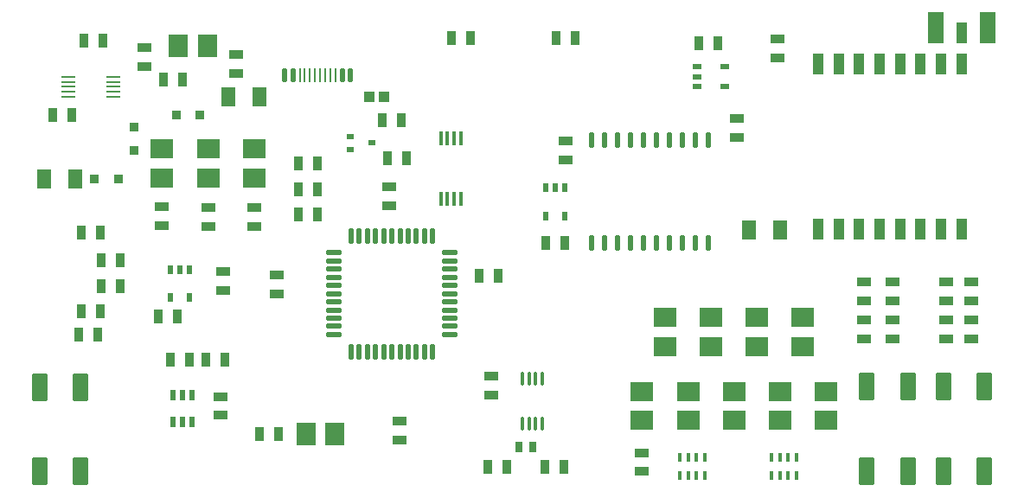
<source format=gtp>
G04*
G04 #@! TF.GenerationSoftware,Altium Limited,Altium Designer,21.6.1 (37)*
G04*
G04 Layer_Color=8421504*
%FSLAX44Y44*%
%MOMM*%
G71*
G04*
G04 #@! TF.SameCoordinates,E457EF80-1144-4942-8A44-04504F566FFE*
G04*
G04*
G04 #@! TF.FilePolarity,Positive*
G04*
G01*
G75*
G04:AMPARAMS|DCode=19|XSize=2.7mm|YSize=1.59mm|CornerRadius=0.1988mm|HoleSize=0mm|Usage=FLASHONLY|Rotation=90.000|XOffset=0mm|YOffset=0mm|HoleType=Round|Shape=RoundedRectangle|*
%AMROUNDEDRECTD19*
21,1,2.7000,1.1925,0,0,90.0*
21,1,2.3025,1.5900,0,0,90.0*
1,1,0.3975,0.5963,1.1513*
1,1,0.3975,0.5963,-1.1513*
1,1,0.3975,-0.5963,-1.1513*
1,1,0.3975,-0.5963,1.1513*
%
%ADD19ROUNDEDRECTD19*%
G04:AMPARAMS|DCode=20|XSize=1.47mm|YSize=0.45mm|CornerRadius=0.0563mm|HoleSize=0mm|Usage=FLASHONLY|Rotation=270.000|XOffset=0mm|YOffset=0mm|HoleType=Round|Shape=RoundedRectangle|*
%AMROUNDEDRECTD20*
21,1,1.4700,0.3375,0,0,270.0*
21,1,1.3575,0.4500,0,0,270.0*
1,1,0.1125,-0.1688,-0.6788*
1,1,0.1125,-0.1688,0.6788*
1,1,0.1125,0.1688,0.6788*
1,1,0.1125,0.1688,-0.6788*
%
%ADD20ROUNDEDRECTD20*%
G04:AMPARAMS|DCode=21|XSize=1.47mm|YSize=0.45mm|CornerRadius=0.0563mm|HoleSize=0mm|Usage=FLASHONLY|Rotation=0.000|XOffset=0mm|YOffset=0mm|HoleType=Round|Shape=RoundedRectangle|*
%AMROUNDEDRECTD21*
21,1,1.4700,0.3375,0,0,0.0*
21,1,1.3575,0.4500,0,0,0.0*
1,1,0.1125,0.6788,-0.1688*
1,1,0.1125,-0.6788,-0.1688*
1,1,0.1125,-0.6788,0.1688*
1,1,0.1125,0.6788,0.1688*
%
%ADD21ROUNDEDRECTD21*%
%ADD22O,1.4000X0.2450*%
G04:AMPARAMS|DCode=23|XSize=1.1mm|YSize=0.6mm|CornerRadius=0.03mm|HoleSize=0mm|Usage=FLASHONLY|Rotation=270.000|XOffset=0mm|YOffset=0mm|HoleType=Round|Shape=RoundedRectangle|*
%AMROUNDEDRECTD23*
21,1,1.1000,0.5400,0,0,270.0*
21,1,1.0400,0.6000,0,0,270.0*
1,1,0.0600,-0.2700,-0.5200*
1,1,0.0600,-0.2700,0.5200*
1,1,0.0600,0.2700,0.5200*
1,1,0.0600,0.2700,-0.5200*
%
%ADD23ROUNDEDRECTD23*%
%ADD24O,0.3500X1.4000*%
%ADD25O,0.5500X1.6000*%
%ADD26O,0.3800X1.4000*%
%ADD27R,1.0000X2.0000*%
%ADD28R,0.9500X0.6000*%
%ADD29R,0.8000X0.5500*%
%ADD30R,0.6000X1.0500*%
%ADD31R,0.6000X0.9500*%
%ADD32R,0.4500X0.9500*%
%ADD33R,1.3500X0.9500*%
%ADD34R,0.9500X1.3500*%
%ADD35R,1.0500X1.0000*%
G04:AMPARAMS|DCode=36|XSize=1.3mm|YSize=0.5mm|CornerRadius=0.0625mm|HoleSize=0mm|Usage=FLASHONLY|Rotation=270.000|XOffset=0mm|YOffset=0mm|HoleType=Round|Shape=RoundedRectangle|*
%AMROUNDEDRECTD36*
21,1,1.3000,0.3750,0,0,270.0*
21,1,1.1750,0.5000,0,0,270.0*
1,1,0.1250,-0.1875,-0.5875*
1,1,0.1250,-0.1875,0.5875*
1,1,0.1250,0.1875,0.5875*
1,1,0.1250,0.1875,-0.5875*
%
%ADD36ROUNDEDRECTD36*%
G04:AMPARAMS|DCode=37|XSize=1.3mm|YSize=0.23mm|CornerRadius=0.0288mm|HoleSize=0mm|Usage=FLASHONLY|Rotation=270.000|XOffset=0mm|YOffset=0mm|HoleType=Round|Shape=RoundedRectangle|*
%AMROUNDEDRECTD37*
21,1,1.3000,0.1725,0,0,270.0*
21,1,1.2425,0.2300,0,0,270.0*
1,1,0.0575,-0.0863,-0.6213*
1,1,0.0575,-0.0863,0.6213*
1,1,0.0575,0.0863,0.6213*
1,1,0.0575,0.0863,-0.6213*
%
%ADD37ROUNDEDRECTD37*%
%ADD38R,1.3500X1.8500*%
%ADD39R,1.5240X3.1640*%
%ADD40R,1.0160X2.0320*%
%ADD41R,2.3000X1.8500*%
%ADD42R,1.8500X2.3000*%
G04:AMPARAMS|DCode=43|XSize=0.8mm|YSize=0.9mm|CornerRadius=0.04mm|HoleSize=0mm|Usage=FLASHONLY|Rotation=180.000|XOffset=0mm|YOffset=0mm|HoleType=Round|Shape=RoundedRectangle|*
%AMROUNDEDRECTD43*
21,1,0.8000,0.8200,0,0,180.0*
21,1,0.7200,0.9000,0,0,180.0*
1,1,0.0800,-0.3600,0.4100*
1,1,0.0800,0.3600,0.4100*
1,1,0.0800,0.3600,-0.4100*
1,1,0.0800,-0.3600,-0.4100*
%
%ADD43ROUNDEDRECTD43*%
G04:AMPARAMS|DCode=44|XSize=0.8mm|YSize=0.9mm|CornerRadius=0.04mm|HoleSize=0mm|Usage=FLASHONLY|Rotation=90.000|XOffset=0mm|YOffset=0mm|HoleType=Round|Shape=RoundedRectangle|*
%AMROUNDEDRECTD44*
21,1,0.8000,0.8200,0,0,90.0*
21,1,0.7200,0.9000,0,0,90.0*
1,1,0.0800,0.4100,0.3600*
1,1,0.0800,0.4100,-0.3600*
1,1,0.0800,-0.4100,-0.3600*
1,1,0.0800,-0.4100,0.3600*
%
%ADD44ROUNDEDRECTD44*%
G36*
X935174Y470976D02*
X944826D01*
Y463356D01*
X935174D01*
Y470976D01*
D02*
G37*
D19*
X77500Y126000D02*
D03*
Y43750D02*
D03*
X37500D02*
D03*
Y126000D02*
D03*
X922500Y44000D02*
D03*
Y126250D02*
D03*
X962500D02*
D03*
Y44000D02*
D03*
X847500D02*
D03*
Y126250D02*
D03*
X887500D02*
D03*
Y44000D02*
D03*
D20*
X422500Y160800D02*
D03*
X414500D02*
D03*
X406500D02*
D03*
X398500D02*
D03*
X390500D02*
D03*
X382500D02*
D03*
X374500D02*
D03*
X366500D02*
D03*
X358500D02*
D03*
X350500D02*
D03*
X342500D02*
D03*
Y274200D02*
D03*
X350500D02*
D03*
X358500D02*
D03*
X366500D02*
D03*
X374500D02*
D03*
X382500D02*
D03*
X390500D02*
D03*
X398500D02*
D03*
X406500D02*
D03*
X414500D02*
D03*
X422500D02*
D03*
D21*
X439200Y257500D02*
D03*
Y249500D02*
D03*
Y241500D02*
D03*
Y233500D02*
D03*
Y225500D02*
D03*
Y217500D02*
D03*
Y209500D02*
D03*
Y201500D02*
D03*
Y193500D02*
D03*
Y185500D02*
D03*
Y177500D02*
D03*
X325800D02*
D03*
Y185500D02*
D03*
Y193500D02*
D03*
Y201500D02*
D03*
Y209500D02*
D03*
Y217500D02*
D03*
Y225500D02*
D03*
Y233500D02*
D03*
Y241500D02*
D03*
Y249500D02*
D03*
Y257500D02*
D03*
D22*
X109500Y410000D02*
D03*
Y415000D02*
D03*
Y420000D02*
D03*
Y425000D02*
D03*
Y430000D02*
D03*
X65500Y410000D02*
D03*
Y415000D02*
D03*
Y420000D02*
D03*
Y425000D02*
D03*
Y430000D02*
D03*
D23*
X520732Y67593D02*
D03*
X506732D02*
D03*
D24*
X529750Y90500D02*
D03*
X523250D02*
D03*
X516750D02*
D03*
X510250D02*
D03*
X529750Y134500D02*
D03*
X523250D02*
D03*
X516750D02*
D03*
X510250D02*
D03*
D25*
X577850Y267500D02*
D03*
X590550D02*
D03*
X603250D02*
D03*
X615950D02*
D03*
X628650D02*
D03*
X641350D02*
D03*
X654050D02*
D03*
X666750D02*
D03*
X679450D02*
D03*
X692150D02*
D03*
X577850Y367500D02*
D03*
X590550D02*
D03*
X603250D02*
D03*
X615950D02*
D03*
X628650D02*
D03*
X641350D02*
D03*
X654050D02*
D03*
X666750D02*
D03*
X679450D02*
D03*
X692150D02*
D03*
D26*
X449750Y369500D02*
D03*
X443250D02*
D03*
X436750D02*
D03*
X430250D02*
D03*
X449750Y310500D02*
D03*
X443250D02*
D03*
X436750D02*
D03*
X430250D02*
D03*
D27*
X840000Y280499D02*
D03*
X860000D02*
D03*
X880000D02*
D03*
X900000D02*
D03*
X920000D02*
D03*
X940000D02*
D03*
Y442500D02*
D03*
X920000D02*
D03*
X900000D02*
D03*
X880000D02*
D03*
X860000D02*
D03*
X840000D02*
D03*
X820000D02*
D03*
X800000D02*
D03*
X820000Y280499D02*
D03*
X800000D02*
D03*
D28*
X708750Y420500D02*
D03*
X681250D02*
D03*
Y430000D02*
D03*
Y439500D02*
D03*
X708750D02*
D03*
D29*
X341750Y371500D02*
D03*
Y358500D02*
D03*
X363250Y365000D02*
D03*
D30*
X187000Y91750D02*
D03*
X177500D02*
D03*
X168000D02*
D03*
Y118250D02*
D03*
X177500D02*
D03*
X187000D02*
D03*
D31*
X533000Y293750D02*
D03*
Y321250D02*
D03*
X542500D02*
D03*
X552000D02*
D03*
Y293750D02*
D03*
X165500Y213750D02*
D03*
Y241250D02*
D03*
X175000D02*
D03*
X184500D02*
D03*
Y213750D02*
D03*
D32*
X688500Y57500D02*
D03*
X680500D02*
D03*
X672500D02*
D03*
X664500D02*
D03*
X688500Y39500D02*
D03*
X680500D02*
D03*
X672500D02*
D03*
X664500D02*
D03*
X778500Y57500D02*
D03*
X770500D02*
D03*
X762500D02*
D03*
X754500D02*
D03*
X778500Y39500D02*
D03*
X770500D02*
D03*
X762500D02*
D03*
X754500D02*
D03*
D33*
X627500Y43250D02*
D03*
Y61750D02*
D03*
X925000Y210750D02*
D03*
Y229250D02*
D03*
X845000Y210750D02*
D03*
Y229250D02*
D03*
X925000Y173250D02*
D03*
Y191750D02*
D03*
X950000D02*
D03*
Y173250D02*
D03*
X845000Y191750D02*
D03*
Y173250D02*
D03*
X872500Y191750D02*
D03*
Y173250D02*
D03*
X202500Y283250D02*
D03*
Y301750D02*
D03*
X157500Y284000D02*
D03*
Y302500D02*
D03*
X247500Y283250D02*
D03*
Y301750D02*
D03*
X230000Y451750D02*
D03*
Y433250D02*
D03*
X480000Y118250D02*
D03*
Y136750D02*
D03*
X950000Y210750D02*
D03*
Y229250D02*
D03*
X872500Y210750D02*
D03*
Y229250D02*
D03*
X760000Y448250D02*
D03*
Y466750D02*
D03*
X720000Y370750D02*
D03*
Y389250D02*
D03*
X380000Y321750D02*
D03*
Y303250D02*
D03*
X215000Y98250D02*
D03*
Y116750D02*
D03*
X390000Y74000D02*
D03*
Y92500D02*
D03*
X270000Y217500D02*
D03*
Y236000D02*
D03*
X140000Y458500D02*
D03*
Y440000D02*
D03*
X552500Y366750D02*
D03*
Y348250D02*
D03*
X217500Y220750D02*
D03*
Y239250D02*
D03*
D34*
X253250Y80000D02*
D03*
X271750D02*
D03*
X561750Y467500D02*
D03*
X543250D02*
D03*
X440750D02*
D03*
X459250D02*
D03*
X200750Y152500D02*
D03*
X219250D02*
D03*
X391750Y387500D02*
D03*
X373250D02*
D03*
X290750Y345000D02*
D03*
X309250D02*
D03*
X290750Y320000D02*
D03*
X309250D02*
D03*
Y295000D02*
D03*
X290750D02*
D03*
X78250Y277500D02*
D03*
X96750D02*
D03*
X98250Y250000D02*
D03*
X116750D02*
D03*
X96750Y200000D02*
D03*
X78250D02*
D03*
X99250Y465000D02*
D03*
X80750D02*
D03*
X75750Y177500D02*
D03*
X94250D02*
D03*
X551000Y47500D02*
D03*
X532500D02*
D03*
X476500D02*
D03*
X495000D02*
D03*
X378250Y350000D02*
D03*
X396750D02*
D03*
X701750Y462500D02*
D03*
X683250D02*
D03*
X184250Y152500D02*
D03*
X165750D02*
D03*
X468250Y235000D02*
D03*
X486750D02*
D03*
X116750Y225000D02*
D03*
X98250D02*
D03*
X69250Y392500D02*
D03*
X50750D02*
D03*
X177250Y427500D02*
D03*
X158750D02*
D03*
X533250Y267500D02*
D03*
X551750D02*
D03*
X154000Y195000D02*
D03*
X172500D02*
D03*
D35*
X374750Y410000D02*
D03*
X360250D02*
D03*
D36*
X341800Y431500D02*
D03*
X333800D02*
D03*
X285800D02*
D03*
X277800D02*
D03*
D37*
X317300D02*
D03*
X312300D02*
D03*
X302300D02*
D03*
X292300D02*
D03*
X327300D02*
D03*
X322300D02*
D03*
X307300D02*
D03*
X297300D02*
D03*
D38*
X732250Y280000D02*
D03*
X762750D02*
D03*
X222000Y410000D02*
D03*
X252500D02*
D03*
X42250Y330000D02*
D03*
X72750D02*
D03*
D39*
X965400Y478160D02*
D03*
X914600D02*
D03*
D40*
X940000Y472500D02*
D03*
D41*
X807500Y121750D02*
D03*
Y93250D02*
D03*
X785000Y194250D02*
D03*
Y165750D02*
D03*
X762500Y121750D02*
D03*
Y93250D02*
D03*
X740000Y194250D02*
D03*
Y165750D02*
D03*
X717500Y121750D02*
D03*
Y93250D02*
D03*
X627500Y121750D02*
D03*
Y93250D02*
D03*
X695000Y194250D02*
D03*
Y165750D02*
D03*
X672500Y121750D02*
D03*
Y93250D02*
D03*
X650000Y194250D02*
D03*
Y165750D02*
D03*
X202500Y359250D02*
D03*
Y330750D02*
D03*
X157500Y359250D02*
D03*
Y330750D02*
D03*
X247500Y359250D02*
D03*
Y330750D02*
D03*
D42*
X326750Y80000D02*
D03*
X298250D02*
D03*
X173250Y460000D02*
D03*
X201750D02*
D03*
D43*
X194500Y392500D02*
D03*
X171500D02*
D03*
X114500Y330000D02*
D03*
X91500D02*
D03*
D44*
X130000Y358000D02*
D03*
Y381000D02*
D03*
M02*

</source>
